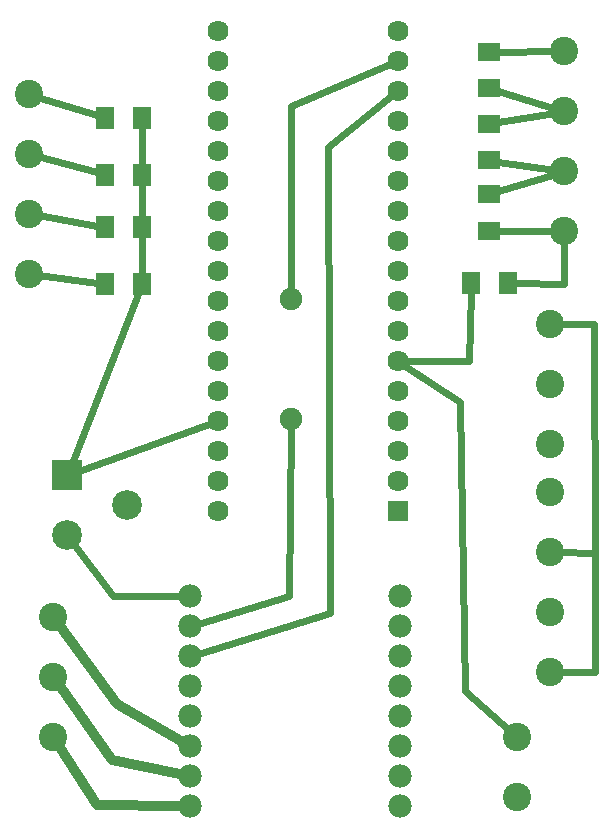
<source format=gtl>
G04 MADE WITH FRITZING*
G04 WWW.FRITZING.ORG*
G04 DOUBLE SIDED*
G04 HOLES PLATED*
G04 CONTOUR ON CENTER OF CONTOUR VECTOR*
%ASAXBY*%
%FSLAX23Y23*%
%MOIN*%
%OFA0B0*%
%SFA1.0B1.0*%
%ADD10C,0.094488*%
%ADD11C,0.075000*%
%ADD12C,0.077701*%
%ADD13C,0.070555*%
%ADD14C,0.070583*%
%ADD15C,0.099000*%
%ADD16R,0.070570X0.070542*%
%ADD17R,0.099000X0.099000*%
%ADD18R,0.062992X0.074803*%
%ADD19R,0.074803X0.062992*%
%ADD20C,0.024000*%
%ADD21C,0.032000*%
%LNCOPPER1*%
G90*
G70*
G54D10*
X239Y714D03*
X239Y514D03*
X239Y314D03*
G54D11*
X1030Y1776D03*
X1030Y1376D03*
G54D12*
X694Y784D03*
X694Y684D03*
X694Y584D03*
X694Y484D03*
X694Y384D03*
X694Y284D03*
X694Y184D03*
X694Y84D03*
X1393Y784D03*
X1393Y684D03*
X1393Y584D03*
X1393Y484D03*
X1393Y384D03*
X1393Y284D03*
X1393Y184D03*
X1393Y84D03*
G54D13*
X1387Y1070D03*
X1387Y1170D03*
X1387Y1270D03*
X1387Y1370D03*
X1387Y1470D03*
X1387Y1570D03*
X1387Y1670D03*
X1387Y1770D03*
X1387Y1870D03*
G54D14*
X1387Y1970D03*
X1387Y2070D03*
X1387Y2170D03*
G54D13*
X1387Y2270D03*
X1387Y2370D03*
G54D14*
X1387Y2470D03*
X1387Y2570D03*
X1387Y2670D03*
G54D13*
X787Y1070D03*
X787Y1170D03*
X787Y1270D03*
X787Y1370D03*
X787Y1470D03*
X787Y1570D03*
X787Y1870D03*
G54D14*
X787Y1970D03*
G54D13*
X787Y1770D03*
X787Y1670D03*
G54D14*
X787Y2070D03*
X787Y2170D03*
G54D13*
X787Y2270D03*
X787Y2370D03*
G54D14*
X787Y2470D03*
X787Y2570D03*
X787Y2670D03*
G54D15*
X285Y989D03*
X285Y1189D03*
X485Y1089D03*
G54D10*
X157Y1859D03*
X157Y2059D03*
X157Y2259D03*
X157Y2459D03*
X1942Y2601D03*
X1942Y2401D03*
X1942Y2201D03*
X1942Y2001D03*
X1895Y1692D03*
X1895Y1492D03*
X1895Y1292D03*
X1783Y314D03*
X1783Y114D03*
X1895Y1132D03*
X1895Y932D03*
X1895Y732D03*
X1895Y532D03*
G54D16*
X1387Y1070D03*
G54D17*
X285Y1189D03*
G54D18*
X411Y2380D03*
X533Y2380D03*
X411Y1825D03*
X533Y1825D03*
X411Y2190D03*
X533Y2190D03*
G54D19*
X1691Y2477D03*
X1691Y2599D03*
X1691Y2237D03*
X1691Y2359D03*
X1691Y2003D03*
X1691Y2125D03*
G54D18*
X1632Y1828D03*
X1754Y1828D03*
X411Y2015D03*
X533Y2015D03*
G54D20*
X533Y1983D02*
X533Y1856D01*
G54D21*
D02*
X450Y426D02*
X260Y685D01*
D02*
X435Y240D02*
X260Y485D01*
D02*
X664Y302D02*
X450Y426D01*
D02*
X660Y191D02*
X435Y240D01*
D02*
X386Y88D02*
X259Y284D01*
D02*
X659Y85D02*
X386Y88D01*
G54D20*
D02*
X1360Y2558D02*
X1030Y2417D01*
D02*
X1030Y2417D02*
X1030Y1805D01*
D02*
X304Y963D02*
X438Y785D01*
D02*
X438Y785D02*
X665Y784D01*
D02*
X1026Y785D02*
X722Y692D01*
D02*
X1030Y1348D02*
X1026Y785D01*
D02*
X1156Y2283D02*
X1162Y730D01*
D02*
X1162Y730D02*
X722Y593D01*
D02*
X1364Y2451D02*
X1156Y2283D01*
D02*
X2042Y1693D02*
X2044Y929D01*
D02*
X2044Y929D02*
X1926Y931D01*
D02*
X1926Y1692D02*
X2042Y1693D01*
D02*
X2044Y929D02*
X2043Y531D01*
D02*
X2043Y531D02*
X1926Y532D01*
D02*
X315Y1199D02*
X759Y1359D01*
D02*
X1593Y1431D02*
X1412Y1553D01*
D02*
X1611Y469D02*
X1593Y1431D01*
D02*
X1760Y335D02*
X1611Y469D01*
D02*
X1722Y2600D02*
X1912Y2601D01*
D02*
X1913Y2410D02*
X1722Y2468D01*
D02*
X1722Y2364D02*
X1912Y2396D01*
D02*
X1912Y2206D02*
X1722Y2233D01*
D02*
X1722Y2135D02*
X1913Y2193D01*
D02*
X1912Y2002D02*
X1722Y2003D01*
D02*
X1632Y1796D02*
X1625Y1568D01*
D02*
X1625Y1568D02*
X1417Y1569D01*
D02*
X1942Y1971D02*
X1942Y1825D01*
D02*
X1942Y1825D02*
X1780Y1828D01*
D02*
X520Y1793D02*
X297Y1218D01*
D02*
X187Y1855D02*
X385Y1828D01*
D02*
X533Y2159D02*
X533Y2046D01*
D02*
X533Y2348D02*
X533Y2222D01*
D02*
X187Y2054D02*
X385Y2019D01*
D02*
X186Y2251D02*
X385Y2197D01*
D02*
X186Y2450D02*
X385Y2388D01*
G04 End of Copper1*
M02*
</source>
